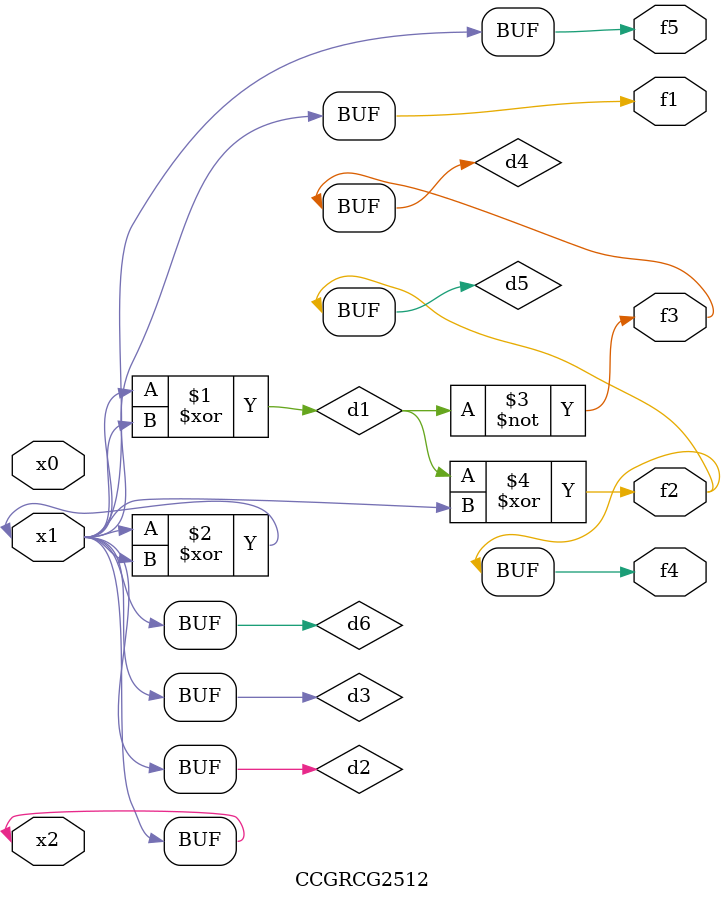
<source format=v>
module CCGRCG2512(
	input x0, x1, x2,
	output f1, f2, f3, f4, f5
);

	wire d1, d2, d3, d4, d5, d6;

	xor (d1, x1, x2);
	buf (d2, x1, x2);
	xor (d3, x1, x2);
	nor (d4, d1);
	xor (d5, d1, d2);
	buf (d6, d2, d3);
	assign f1 = d6;
	assign f2 = d5;
	assign f3 = d4;
	assign f4 = d5;
	assign f5 = d6;
endmodule

</source>
